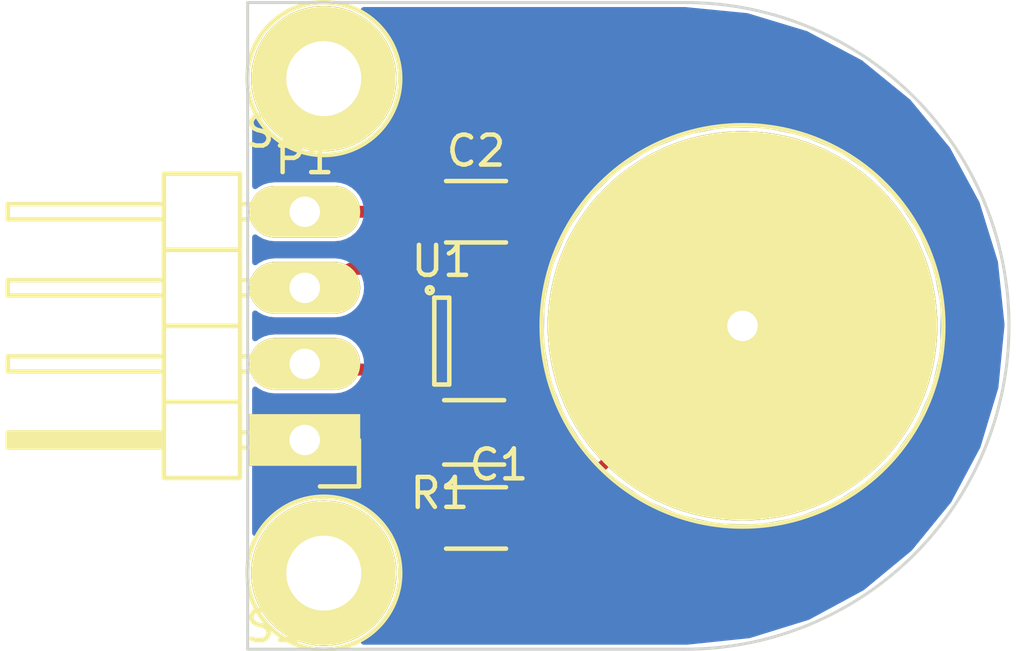
<source format=kicad_pcb>
(kicad_pcb (version 4) (host pcbnew 4.0.2+dfsg1-stable)

  (general
    (links 11)
    (no_connects 0)
    (area 20.192999 16.304999 54.336191 38.305001)
    (thickness 0.8)
    (drawings 5)
    (tracks 19)
    (zones 0)
    (modules 8)
    (nets 7)
  )

  (page A4)
  (title_block
    (title "Capasitive sensor for fpga")
    (date 2017-01-21)
    (rev 0,1)
    (company Holotronic)
  )

  (layers
    (0 F.Cu signal)
    (31 B.Cu signal)
    (32 B.Adhes user)
    (33 F.Adhes user)
    (34 B.Paste user)
    (35 F.Paste user)
    (36 B.SilkS user)
    (37 F.SilkS user)
    (38 B.Mask user)
    (39 F.Mask user)
    (40 Dwgs.User user)
    (41 Cmts.User user)
    (42 Eco1.User user)
    (43 Eco2.User user)
    (44 Edge.Cuts user)
    (45 Margin user)
    (46 B.CrtYd user)
    (47 F.CrtYd user)
    (48 B.Fab user)
    (49 F.Fab user)
  )

  (setup
    (last_trace_width 0.35)
    (trace_clearance 0.12)
    (zone_clearance 0.1)
    (zone_45_only no)
    (trace_min 0.35)
    (segment_width 0.2)
    (edge_width 0.1)
    (via_size 0.6)
    (via_drill 0.4)
    (via_min_size 0.4)
    (via_min_drill 0.3)
    (uvia_size 0.3)
    (uvia_drill 0.1)
    (uvias_allowed no)
    (uvia_min_size 0.2)
    (uvia_min_drill 0.1)
    (pcb_text_width 0.3)
    (pcb_text_size 1.5 1.5)
    (mod_edge_width 0.15)
    (mod_text_size 1 1)
    (mod_text_width 0.15)
    (pad_size 4.85 4.85)
    (pad_drill 2.5)
    (pad_to_mask_clearance 0)
    (aux_axis_origin 28.575 38.1)
    (grid_origin 28.575 38.1)
    (visible_elements FFFFFFFF)
    (pcbplotparams
      (layerselection 0x01000_80000001)
      (usegerberextensions false)
      (excludeedgelayer true)
      (linewidth 0.150000)
      (plotframeref false)
      (viasonmask false)
      (mode 1)
      (useauxorigin true)
      (hpglpennumber 1)
      (hpglpenspeed 20)
      (hpglpendiameter 15)
      (hpglpenoverlay 2)
      (psnegative false)
      (psa4output false)
      (plotreference false)
      (plotvalue false)
      (plotinvisibletext false)
      (padsonsilk false)
      (subtractmaskfromsilk false)
      (outputformat 1)
      (mirror false)
      (drillshape 0)
      (scaleselection 1)
      (outputdirectory gerbers5/))
  )

  (net 0 "")
  (net 1 "Net-(C1-Pad1)")
  (net 2 GND)
  (net 3 VCC)
  (net 4 "Net-(P1-Pad2)")
  (net 5 "Net-(P1-Pad3)")
  (net 6 "Net-(R1-Pad2)")

  (net_class Default "This is the default net class."
    (clearance 0.12)
    (trace_width 0.35)
    (via_dia 0.6)
    (via_drill 0.4)
    (uvia_dia 0.3)
    (uvia_drill 0.1)
    (add_net GND)
    (add_net "Net-(C1-Pad1)")
    (add_net "Net-(P1-Pad2)")
    (add_net "Net-(P1-Pad3)")
    (add_net "Net-(R1-Pad2)")
    (add_net VCC)
  )

  (module touch:Screw_2.5mm (layer F.Cu) (tedit 589E1F2E) (tstamp 589FE2B0)
    (at 31.115 19.05)
    (descr "module 1 pin (ou trou mecanique de percage)")
    (tags DEV)
    (path /587DAB5C)
    (fp_text reference S1 (at -1.651 1.778) (layer F.SilkS)
      (effects (font (size 1 1) (thickness 0.15)))
    )
    (fp_text value Screw (at -0.254 -1.524) (layer F.Fab)
      (effects (font (size 1 1) (thickness 0.15)))
    )
    (fp_line (start 1 0) (end -1 0) (layer F.SilkS) (width 0.15))
    (fp_line (start 0 -1) (end 0 1) (layer F.SilkS) (width 0.15))
    (fp_circle (center 0 0) (end 0 -2.55) (layer F.SilkS) (width 0.15))
    (pad 1 thru_hole circle (at 0 0) (size 4.85 4.85) (drill 2.5) (layers *.Cu *.Mask F.SilkS))
  )

  (module Capacitors_SMD:C_1206 (layer F.Cu) (tedit 58848921) (tstamp 587DB0B4)
    (at 36.195 33.7185 180)
    (descr "Capacitor SMD 1206, reflow soldering, AVX (see smccp.pdf)")
    (tags "capacitor 1206")
    (path /587DABD1)
    (attr smd)
    (fp_text reference C1 (at -0.762 1.778 180) (layer F.SilkS)
      (effects (font (size 1 1) (thickness 0.15)))
    )
    (fp_text value 10p (at -3.175 1.778 180) (layer F.Fab)
      (effects (font (size 1 1) (thickness 0.15)))
    )
    (fp_line (start -2.3 -1.15) (end 2.3 -1.15) (layer F.CrtYd) (width 0.05))
    (fp_line (start -2.3 1.15) (end 2.3 1.15) (layer F.CrtYd) (width 0.05))
    (fp_line (start -2.3 -1.15) (end -2.3 1.15) (layer F.CrtYd) (width 0.05))
    (fp_line (start 2.3 -1.15) (end 2.3 1.15) (layer F.CrtYd) (width 0.05))
    (fp_line (start 1 -1.025) (end -1 -1.025) (layer F.SilkS) (width 0.15))
    (fp_line (start -1 1.025) (end 1 1.025) (layer F.SilkS) (width 0.15))
    (pad 1 smd rect (at -1.5 0 180) (size 1 1.6) (layers F.Cu F.Paste F.Mask)
      (net 1 "Net-(C1-Pad1)"))
    (pad 2 smd rect (at 1.5 0 180) (size 1 1.6) (layers F.Cu F.Paste F.Mask)
      (net 2 GND))
    (model Capacitors_SMD.3dshapes/C_1206.wrl
      (at (xyz 0 0 0))
      (scale (xyz 1 1 1))
      (rotate (xyz 0 0 0))
    )
  )

  (module Capacitors_SMD:C_1206 (layer F.Cu) (tedit 58848908) (tstamp 587DB0BA)
    (at 36.195 23.495)
    (descr "Capacitor SMD 1206, reflow soldering, AVX (see smccp.pdf)")
    (tags "capacitor 1206")
    (path /587D87A0)
    (attr smd)
    (fp_text reference C2 (at 0 -2.032) (layer F.SilkS)
      (effects (font (size 1 1) (thickness 0.15)))
    )
    (fp_text value 0.1u (at 2.794 -2.032) (layer F.Fab)
      (effects (font (size 1 1) (thickness 0.15)))
    )
    (fp_line (start -2.3 -1.15) (end 2.3 -1.15) (layer F.CrtYd) (width 0.05))
    (fp_line (start -2.3 1.15) (end 2.3 1.15) (layer F.CrtYd) (width 0.05))
    (fp_line (start -2.3 -1.15) (end -2.3 1.15) (layer F.CrtYd) (width 0.05))
    (fp_line (start 2.3 -1.15) (end 2.3 1.15) (layer F.CrtYd) (width 0.05))
    (fp_line (start 1 -1.025) (end -1 -1.025) (layer F.SilkS) (width 0.15))
    (fp_line (start -1 1.025) (end 1 1.025) (layer F.SilkS) (width 0.15))
    (pad 1 smd rect (at -1.5 0) (size 1 1.6) (layers F.Cu F.Paste F.Mask)
      (net 3 VCC))
    (pad 2 smd rect (at 1.5 0) (size 1 1.6) (layers F.Cu F.Paste F.Mask)
      (net 2 GND))
    (model Capacitors_SMD.3dshapes/C_1206.wrl
      (at (xyz 0 0 0))
      (scale (xyz 1 1 1))
      (rotate (xyz 0 0 0))
    )
  )

  (module Resistors_SMD:R_1206 (layer F.Cu) (tedit 58848944) (tstamp 587DB0CD)
    (at 36.1315 30.861)
    (descr "Resistor SMD 1206, reflow soldering, Vishay (see dcrcw.pdf)")
    (tags "resistor 1206")
    (path /587DAB17)
    (attr smd)
    (fp_text reference R1 (at -1.143 2.032) (layer F.SilkS)
      (effects (font (size 1 1) (thickness 0.15)))
    )
    (fp_text value 2k (at 1.016 2.032) (layer F.Fab)
      (effects (font (size 1 1) (thickness 0.15)))
    )
    (fp_line (start -2.2 -1.2) (end 2.2 -1.2) (layer F.CrtYd) (width 0.05))
    (fp_line (start -2.2 1.2) (end 2.2 1.2) (layer F.CrtYd) (width 0.05))
    (fp_line (start -2.2 -1.2) (end -2.2 1.2) (layer F.CrtYd) (width 0.05))
    (fp_line (start 2.2 -1.2) (end 2.2 1.2) (layer F.CrtYd) (width 0.05))
    (fp_line (start 1 1.075) (end -1 1.075) (layer F.SilkS) (width 0.15))
    (fp_line (start -1 -1.075) (end 1 -1.075) (layer F.SilkS) (width 0.15))
    (pad 1 smd rect (at -1.45 0) (size 0.9 1.7) (layers F.Cu F.Paste F.Mask)
      (net 1 "Net-(C1-Pad1)"))
    (pad 2 smd rect (at 1.45 0) (size 0.9 1.7) (layers F.Cu F.Paste F.Mask)
      (net 6 "Net-(R1-Pad2)"))
    (model Resistors_SMD.3dshapes/R_1206.wrl
      (at (xyz 0 0 0))
      (scale (xyz 1 1 1))
      (rotate (xyz 0 0 0))
    )
  )

  (module TO_SOT_Packages_SMD:SOT-23-6 (layer F.Cu) (tedit 58836FBC) (tstamp 587DB167)
    (at 35.052 27.813)
    (descr "6-pin SOT-23 package")
    (tags SOT-23-6)
    (path /587D8557)
    (attr smd)
    (fp_text reference U1 (at 0 -2.667) (layer F.SilkS)
      (effects (font (size 1 1) (thickness 0.15)))
    )
    (fp_text value 74LVC2G17 (at 1.524 -1.524 180) (layer F.Fab)
      (effects (font (size 1 1) (thickness 0.15)))
    )
    (fp_circle (center -0.4 -1.7) (end -0.3 -1.7) (layer F.SilkS) (width 0.15))
    (fp_line (start 0.25 -1.45) (end -0.25 -1.45) (layer F.SilkS) (width 0.15))
    (fp_line (start 0.25 1.45) (end 0.25 -1.45) (layer F.SilkS) (width 0.15))
    (fp_line (start -0.25 1.45) (end 0.25 1.45) (layer F.SilkS) (width 0.15))
    (fp_line (start -0.25 -1.45) (end -0.25 1.45) (layer F.SilkS) (width 0.15))
    (pad 1 smd rect (at -1.1 -0.95) (size 1.06 0.65) (layers F.Cu F.Paste F.Mask)
      (net 1 "Net-(C1-Pad1)"))
    (pad 2 smd rect (at -1.1 0) (size 1.06 0.65) (layers F.Cu F.Paste F.Mask)
      (net 2 GND))
    (pad 3 smd rect (at -1.1 0.95) (size 1.06 0.65) (layers F.Cu F.Paste F.Mask)
      (net 4 "Net-(P1-Pad2)"))
    (pad 4 smd rect (at 1.1 0.95) (size 1.06 0.65) (layers F.Cu F.Paste F.Mask)
      (net 6 "Net-(R1-Pad2)"))
    (pad 6 smd rect (at 1.1 -0.95) (size 1.06 0.65) (layers F.Cu F.Paste F.Mask)
      (net 5 "Net-(P1-Pad3)"))
    (pad 5 smd rect (at 1.1 0) (size 1.06 0.65) (layers F.Cu F.Paste F.Mask)
      (net 3 VCC))
    (model TO_SOT_Packages_SMD.3dshapes/SOT-23-6.wrl
      (at (xyz 0 0 0))
      (scale (xyz 1 1 1))
      (rotate (xyz 0 0 0))
    )
  )

  (module touch:Pin_Header_Angled_1x04_L (layer F.Cu) (tedit 58848884) (tstamp 58844E44)
    (at 30.48 31.115 180)
    (descr "Through hole pin header")
    (tags "pin header")
    (path /587DACE7)
    (fp_text reference P1 (at 0 9.398 180) (layer F.SilkS)
      (effects (font (size 1 1) (thickness 0.15)))
    )
    (fp_text value CONN_01X04 (at 4.064 10.16 180) (layer F.Fab)
      (effects (font (size 1 1) (thickness 0.15)))
    )
    (fp_line (start -2.008 -1.75) (end -2.008 9.4) (layer F.CrtYd) (width 0.05))
    (fp_line (start 10.142 -1.75) (end 10.142 9.4) (layer F.CrtYd) (width 0.05))
    (fp_line (start -2.008 -1.75) (end 10.142 -1.75) (layer F.CrtYd) (width 0.05))
    (fp_line (start -2.008 9.4) (end 10.142 9.4) (layer F.CrtYd) (width 0.05))
    (fp_line (start -1.808 -1.55) (end -1.808 0) (layer F.SilkS) (width 0.15))
    (fp_line (start -0.508 -1.55) (end -1.808 -1.55) (layer F.SilkS) (width 0.15))
    (fp_line (start 4.826 -0.127) (end 9.779 -0.127) (layer F.SilkS) (width 0.15))
    (fp_line (start 9.779 -0.127) (end 9.779 0.127) (layer F.SilkS) (width 0.15))
    (fp_line (start 9.779 0.127) (end 4.826 0.127) (layer F.SilkS) (width 0.15))
    (fp_line (start 4.826 0) (end 9.779 0) (layer F.SilkS) (width 0.15))
    (fp_line (start 2.032 -0.254) (end 1.651 -0.254) (layer F.SilkS) (width 0.15))
    (fp_line (start 2.032 0.254) (end 1.651 0.254) (layer F.SilkS) (width 0.15))
    (fp_line (start 2.032 2.286) (end 1.651 2.286) (layer F.SilkS) (width 0.15))
    (fp_line (start 2.032 2.794) (end 1.651 2.794) (layer F.SilkS) (width 0.15))
    (fp_line (start 2.032 4.826) (end 1.651 4.826) (layer F.SilkS) (width 0.15))
    (fp_line (start 2.032 5.334) (end 1.651 5.334) (layer F.SilkS) (width 0.15))
    (fp_line (start 2.032 7.874) (end 1.651 7.874) (layer F.SilkS) (width 0.15))
    (fp_line (start 2.032 7.366) (end 1.651 7.366) (layer F.SilkS) (width 0.15))
    (fp_line (start 2.159 -1.27) (end 4.699 -1.27) (layer F.SilkS) (width 0.15))
    (fp_line (start 2.159 1.27) (end 4.699 1.27) (layer F.SilkS) (width 0.15))
    (fp_line (start 2.159 1.27) (end 2.159 3.81) (layer F.SilkS) (width 0.15))
    (fp_line (start 2.159 3.81) (end 4.699 3.81) (layer F.SilkS) (width 0.15))
    (fp_line (start 4.826 2.286) (end 9.906 2.286) (layer F.SilkS) (width 0.15))
    (fp_line (start 9.906 2.286) (end 9.906 2.794) (layer F.SilkS) (width 0.15))
    (fp_line (start 9.906 2.794) (end 4.826 2.794) (layer F.SilkS) (width 0.15))
    (fp_line (start 4.699 3.81) (end 4.699 1.27) (layer F.SilkS) (width 0.15))
    (fp_line (start 4.699 1.27) (end 4.699 -1.27) (layer F.SilkS) (width 0.15))
    (fp_line (start 9.906 0.254) (end 4.826 0.254) (layer F.SilkS) (width 0.15))
    (fp_line (start 9.906 -0.254) (end 9.906 0.254) (layer F.SilkS) (width 0.15))
    (fp_line (start 4.826 -0.254) (end 9.906 -0.254) (layer F.SilkS) (width 0.15))
    (fp_line (start 2.159 1.27) (end 4.699 1.27) (layer F.SilkS) (width 0.15))
    (fp_line (start 2.159 -1.27) (end 2.159 1.27) (layer F.SilkS) (width 0.15))
    (fp_line (start 2.159 6.35) (end 4.699 6.35) (layer F.SilkS) (width 0.15))
    (fp_line (start 2.159 6.35) (end 2.159 8.89) (layer F.SilkS) (width 0.15))
    (fp_line (start 2.159 8.89) (end 4.699 8.89) (layer F.SilkS) (width 0.15))
    (fp_line (start 4.826 7.366) (end 9.906 7.366) (layer F.SilkS) (width 0.15))
    (fp_line (start 9.906 7.366) (end 9.906 7.874) (layer F.SilkS) (width 0.15))
    (fp_line (start 9.906 7.874) (end 4.826 7.874) (layer F.SilkS) (width 0.15))
    (fp_line (start 4.699 8.89) (end 4.699 6.35) (layer F.SilkS) (width 0.15))
    (fp_line (start 4.699 6.35) (end 4.699 3.81) (layer F.SilkS) (width 0.15))
    (fp_line (start 9.906 5.334) (end 4.826 5.334) (layer F.SilkS) (width 0.15))
    (fp_line (start 9.906 4.826) (end 9.906 5.334) (layer F.SilkS) (width 0.15))
    (fp_line (start 4.826 4.826) (end 9.906 4.826) (layer F.SilkS) (width 0.15))
    (fp_line (start 2.159 6.35) (end 4.699 6.35) (layer F.SilkS) (width 0.15))
    (fp_line (start 2.159 3.81) (end 2.159 6.35) (layer F.SilkS) (width 0.15))
    (fp_line (start 2.159 3.81) (end 4.699 3.81) (layer F.SilkS) (width 0.15))
    (pad 1 thru_hole rect (at 0 0 180) (size 3.7 1.7272) (drill 1.016) (layers *.Cu *.Mask F.SilkS)
      (net 2 GND))
    (pad 2 thru_hole oval (at 0 2.54 180) (size 3.7 1.7272) (drill 1.016) (layers *.Cu *.Mask F.SilkS)
      (net 4 "Net-(P1-Pad2)"))
    (pad 3 thru_hole oval (at 0 5.08 180) (size 3.7 1.7272) (drill 1.016) (layers *.Cu *.Mask F.SilkS)
      (net 5 "Net-(P1-Pad3)"))
    (pad 4 thru_hole oval (at 0 7.62 180) (size 3.7 1.7272) (drill 1.016) (layers *.Cu *.Mask F.SilkS)
      (net 3 VCC))
    (model Pin_Headers.3dshapes/Pin_Header_Angled_1x04.wrl
      (at (xyz 0 -0.15 0))
      (scale (xyz 1 1 1))
      (rotate (xyz 0 0 90))
    )
  )

  (module touch:Screw_2.5mm (layer F.Cu) (tedit 589E1F3B) (tstamp 58897DE0)
    (at 31.115 35.56)
    (descr "module 1 pin (ou trou mecanique de percage)")
    (tags DEV)
    (path /587DAB5C)
    (fp_text reference S1 (at -1.651 1.778) (layer F.SilkS)
      (effects (font (size 1 1) (thickness 0.15)))
    )
    (fp_text value Screw (at -0.254 1.524) (layer F.Fab)
      (effects (font (size 1 1) (thickness 0.15)))
    )
    (fp_line (start 1 0) (end -1 0) (layer F.SilkS) (width 0.15))
    (fp_line (start 0 -1) (end 0 1) (layer F.SilkS) (width 0.15))
    (fp_circle (center 0 0) (end 0 -2.55) (layer F.SilkS) (width 0.15))
    (pad 1 thru_hole circle (at 0 0) (size 4.85 4.85) (drill 2.5) (layers *.Cu *.Mask F.SilkS))
  )

  (module touch:1pin_pad-round_s (layer F.Cu) (tedit 589E2BB3) (tstamp 587DEA43)
    (at 45.085 27.305)
    (descr "module 1 pin (ou trou mecanique de percage)")
    (tags DEV)
    (path /587DAB5C)
    (fp_text reference P2 (at 3.175 0) (layer F.SilkS)
      (effects (font (size 1 1) (thickness 0.15)))
    )
    (fp_text value Sense_Pad (at 5.08 -2.794) (layer F.Fab)
      (effects (font (size 1 1) (thickness 0.15)))
    )
    (fp_circle (center 0 0) (end 0 -6.7) (layer F.SilkS) (width 0.15))
    (pad 1 thru_hole circle (at 0 0) (size 13 13) (drill 1.016) (layers *.Cu *.Mask F.SilkS)
      (net 1 "Net-(C1-Pad1)"))
  )

  (gr_arc (start 43.18 27.305) (end 43.18 16.51) (angle 90) (layer Edge.Cuts) (width 0.1))
  (gr_arc (start 43.18 27.305) (end 53.975 27.305) (angle 90) (layer Edge.Cuts) (width 0.1))
  (gr_line (start 43.18 16.51) (end 28.575 16.51) (angle 90) (layer Edge.Cuts) (width 0.1))
  (gr_line (start 28.575 38.1) (end 43.18 38.1) (angle 90) (layer Edge.Cuts) (width 0.1))
  (gr_line (start 28.575 16.51) (end 28.575 38.1) (angle 90) (layer Edge.Cuts) (width 0.1))

  (segment (start 37.695 33.7185) (end 38.6715 33.7185) (width 0.35) (layer F.Cu) (net 1))
  (segment (start 38.6715 33.7185) (end 45.085 27.305) (width 0.35) (layer F.Cu) (net 1) (tstamp 589FE520))
  (segment (start 34.6815 30.861) (end 34.8375 30.861) (width 0.35) (layer F.Cu) (net 1))
  (segment (start 34.8375 30.861) (end 37.695 33.7185) (width 0.35) (layer F.Cu) (net 1) (tstamp 589FE51D))
  (segment (start 33.952 26.863) (end 34.798 27.178) (width 0.35) (layer F.Cu) (net 1) (status 10))
  (segment (start 35.32378 30.206498) (end 34.7585 31.1785) (width 0.35) (layer F.Cu) (net 1) (tstamp 587DB815) (status 20))
  (segment (start 35.306 27.686) (end 35.32378 30.206498) (width 0.35) (layer F.Cu) (net 1) (tstamp 587DB808))
  (segment (start 34.798 27.178) (end 35.306 27.686) (width 0.35) (layer F.Cu) (net 1) (tstamp 587DB800))
  (segment (start 36.152 27.813) (end 37.211 27.686) (width 0.4) (layer F.Cu) (net 3) (status 10))
  (segment (start 37.3126 26.1126) (end 34.695 23.495) (width 0.4) (layer F.Cu) (net 3) (tstamp 587DB7AA) (status 20))
  (segment (start 37.338 27.305) (end 37.3126 26.1126) (width 0.4) (layer F.Cu) (net 3) (tstamp 587DB7A3))
  (segment (start 37.211 27.686) (end 37.338 27.305) (width 0.4) (layer F.Cu) (net 3) (tstamp 587DB796))
  (segment (start 34.695 23.495) (end 30.48 23.495) (width 0.4) (layer F.Cu) (net 3) (status 10))
  (segment (start 31.496 28.7655) (end 33.952 28.763) (width 0.4) (layer F.Cu) (net 4) (tstamp 587DB768) (status 20))
  (segment (start 34.671 25.4) (end 32.004 25.4) (width 0.4) (layer F.Cu) (net 5) (tstamp 587DB782))
  (segment (start 32.004 25.4) (end 30.48 26.035) (width 0.4) (layer F.Cu) (net 5) (tstamp 589FE47F))
  (segment (start 36.152 26.863) (end 34.671 25.4) (width 0.4) (layer F.Cu) (net 5) (status 10))
  (segment (start 36.152 28.763) (end 36.152 29.495) (width 0.35) (layer F.Cu) (net 6))
  (segment (start 36.152 29.495) (end 37.5815 30.861) (width 0.35) (layer F.Cu) (net 6) (tstamp 589FE4F3) (status 20))

  (zone (net 2) (net_name GND) (layer F.Cu) (tstamp 589FE2DB) (hatch edge 0.508)
    (connect_pads (clearance 0.18))
    (min_thickness 0.27)
    (fill yes (arc_segments 32) (thermal_gap 0.108) (thermal_bridge_width 0.408))
    (polygon
      (pts
        (xy 53.975 38.1) (xy 28.575 38.1) (xy 28.575 16.51) (xy 54.483 16.51) (xy 54.483 38.1)
      )
    )
    (filled_polygon
      (pts
        (xy 45.205522 17.075354) (xy 47.153899 17.663605) (xy 48.950904 18.619088) (xy 50.528101 19.905419) (xy 51.82541 21.473596)
        (xy 52.793419 23.263891) (xy 53.395256 25.208113) (xy 53.609804 27.249404) (xy 53.609937 27.287786) (xy 53.409646 29.330522)
        (xy 52.821395 31.278899) (xy 51.86591 33.075907) (xy 50.579579 34.653103) (xy 49.011404 35.95041) (xy 47.22111 36.918419)
        (xy 45.276887 37.520256) (xy 43.235606 37.734804) (xy 43.179299 37.735) (xy 32.801561 37.735) (xy 32.810075 37.729597)
        (xy 33.199203 37.359036) (xy 33.508944 36.919949) (xy 33.7275 36.429063) (xy 33.846548 35.905075) (xy 33.855118 35.291329)
        (xy 33.750748 34.764221) (xy 33.545983 34.267424) (xy 33.267485 33.84825) (xy 33.952 33.84825) (xy 33.952 34.542434)
        (xy 33.961339 34.589381) (xy 33.979656 34.633604) (xy 34.00625 34.673404) (xy 34.040097 34.707251) (xy 34.079897 34.733844)
        (xy 34.12412 34.752162) (xy 34.171067 34.7615) (xy 34.56525 34.7615) (xy 34.626 34.70075) (xy 34.626 33.7875)
        (xy 34.764 33.7875) (xy 34.764 34.70075) (xy 34.82475 34.7615) (xy 35.218933 34.7615) (xy 35.26588 34.752162)
        (xy 35.310103 34.733844) (xy 35.349903 34.707251) (xy 35.38375 34.673404) (xy 35.410344 34.633604) (xy 35.428661 34.589381)
        (xy 35.438 34.542434) (xy 35.438 33.84825) (xy 35.37725 33.7875) (xy 34.764 33.7875) (xy 34.626 33.7875)
        (xy 34.01275 33.7875) (xy 33.952 33.84825) (xy 33.267485 33.84825) (xy 33.248622 33.81986) (xy 32.869993 33.438578)
        (xy 32.424516 33.138101) (xy 31.929161 32.929872) (xy 31.757163 32.894566) (xy 33.952 32.894566) (xy 33.952 33.58875)
        (xy 34.01275 33.6495) (xy 34.626 33.6495) (xy 34.626 32.73625) (xy 34.764 32.73625) (xy 34.764 33.6495)
        (xy 35.37725 33.6495) (xy 35.438 33.58875) (xy 35.438 32.894566) (xy 35.428661 32.847619) (xy 35.410344 32.803396)
        (xy 35.38375 32.763596) (xy 35.349903 32.729749) (xy 35.310103 32.703156) (xy 35.26588 32.684838) (xy 35.218933 32.6755)
        (xy 34.82475 32.6755) (xy 34.764 32.73625) (xy 34.626 32.73625) (xy 34.56525 32.6755) (xy 34.171067 32.6755)
        (xy 34.12412 32.684838) (xy 34.079897 32.703156) (xy 34.040097 32.729749) (xy 34.00625 32.763596) (xy 33.979656 32.803396)
        (xy 33.961339 32.847619) (xy 33.952 32.894566) (xy 31.757163 32.894566) (xy 31.402794 32.821825) (xy 30.865465 32.818073)
        (xy 30.337641 32.918761) (xy 29.839426 33.120053) (xy 29.389798 33.414282) (xy 29.005882 33.79024) (xy 28.94 33.886458)
        (xy 28.94 32.2216) (xy 30.35025 32.2216) (xy 30.411 32.16085) (xy 30.411 31.184) (xy 30.549 31.184)
        (xy 30.549 32.16085) (xy 30.60975 32.2216) (xy 32.353933 32.2216) (xy 32.40088 32.212262) (xy 32.445103 32.193944)
        (xy 32.484903 32.167351) (xy 32.51875 32.133504) (xy 32.545344 32.093704) (xy 32.563661 32.049481) (xy 32.573 32.002534)
        (xy 32.573 31.24475) (xy 32.51225 31.184) (xy 30.549 31.184) (xy 30.411 31.184) (xy 30.391 31.184)
        (xy 30.391 31.046) (xy 30.411 31.046) (xy 30.411 30.06915) (xy 30.549 30.06915) (xy 30.549 31.046)
        (xy 32.51225 31.046) (xy 32.573 30.98525) (xy 32.573 30.227466) (xy 32.563661 30.180519) (xy 32.545344 30.136296)
        (xy 32.51875 30.096496) (xy 32.484903 30.062649) (xy 32.445103 30.036056) (xy 32.40088 30.017738) (xy 32.353933 30.0084)
        (xy 30.60975 30.0084) (xy 30.549 30.06915) (xy 30.411 30.06915) (xy 30.35025 30.0084) (xy 28.94 30.0084)
        (xy 28.94 29.614959) (xy 29.018824 29.658293) (xy 29.238079 29.727845) (xy 29.466668 29.753485) (xy 29.483124 29.7536)
        (xy 31.476876 29.7536) (xy 31.705801 29.731154) (xy 31.926006 29.66467) (xy 32.129103 29.556681) (xy 32.307358 29.4113)
        (xy 32.41634 29.279564) (xy 33.172429 29.278794) (xy 33.184832 29.297616) (xy 33.252619 29.35539) (xy 33.333819 29.391993)
        (xy 33.422 29.404524) (xy 34.482 29.404524) (xy 34.532163 29.400524) (xy 34.617244 29.374176) (xy 34.691616 29.325168)
        (xy 34.74939 29.257381) (xy 34.785993 29.176181) (xy 34.798524 29.088) (xy 34.798524 28.438) (xy 34.794524 28.387837)
        (xy 34.768176 28.302756) (xy 34.719168 28.228384) (xy 34.710606 28.221086) (xy 34.715661 28.208881) (xy 34.725 28.161934)
        (xy 34.725 27.94275) (xy 34.66425 27.882) (xy 34.021 27.882) (xy 34.021 27.902) (xy 33.883 27.902)
        (xy 33.883 27.882) (xy 33.23975 27.882) (xy 33.179 27.94275) (xy 33.179 28.161934) (xy 33.188339 28.208881)
        (xy 33.193959 28.22245) (xy 33.171507 28.248794) (xy 32.603761 28.249372) (xy 32.569655 28.133489) (xy 32.463086 27.929642)
        (xy 32.318954 27.750377) (xy 32.142746 27.602521) (xy 31.941176 27.491707) (xy 31.721921 27.422155) (xy 31.493332 27.396515)
        (xy 31.476876 27.3964) (xy 29.483124 27.3964) (xy 29.254199 27.418846) (xy 29.033994 27.48533) (xy 28.94 27.535308)
        (xy 28.94 27.074959) (xy 29.018824 27.118293) (xy 29.238079 27.187845) (xy 29.466668 27.213485) (xy 29.483124 27.2136)
        (xy 31.476876 27.2136) (xy 31.705801 27.191154) (xy 31.926006 27.12467) (xy 32.129103 27.016681) (xy 32.307358 26.8713)
        (xy 32.45398 26.694065) (xy 32.563384 26.491726) (xy 32.631403 26.27199) (xy 32.655447 26.043228) (xy 32.643778 25.915)
        (xy 34.459522 25.915) (xy 35.305476 26.750672) (xy 35.305476 26.992512) (xy 35.144482 26.831518) (xy 35.139915 26.827766)
        (xy 35.136052 26.823288) (xy 35.102996 26.797441) (xy 35.070585 26.770818) (xy 35.065376 26.768025) (xy 35.060717 26.764382)
        (xy 35.023284 26.745455) (xy 34.986305 26.725627) (xy 34.980647 26.723897) (xy 34.975374 26.721231) (xy 34.968979 26.718798)
        (xy 34.798524 26.655331) (xy 34.798524 26.538) (xy 34.794524 26.487837) (xy 34.768176 26.402756) (xy 34.719168 26.328384)
        (xy 34.651381 26.27061) (xy 34.570181 26.234007) (xy 34.482 26.221476) (xy 33.422 26.221476) (xy 33.371837 26.225476)
        (xy 33.286756 26.251824) (xy 33.212384 26.300832) (xy 33.15461 26.368619) (xy 33.118007 26.449819) (xy 33.105476 26.538)
        (xy 33.105476 27.188) (xy 33.109476 27.238163) (xy 33.135824 27.323244) (xy 33.184832 27.397616) (xy 33.193394 27.404914)
        (xy 33.188339 27.417119) (xy 33.179 27.464066) (xy 33.179 27.68325) (xy 33.23975 27.744) (xy 33.883 27.744)
        (xy 33.883 27.724) (xy 34.021 27.724) (xy 34.021 27.744) (xy 34.66425 27.744) (xy 34.667643 27.740607)
        (xy 34.817429 27.890394) (xy 34.830156 29.694476) (xy 34.2315 29.694476) (xy 34.181337 29.698476) (xy 34.096256 29.724824)
        (xy 34.021884 29.773832) (xy 33.96411 29.841619) (xy 33.927507 29.922819) (xy 33.914976 30.011) (xy 33.914976 31.711)
        (xy 33.918976 31.761163) (xy 33.945324 31.846244) (xy 33.994332 31.920616) (xy 34.062119 31.97839) (xy 34.143319 32.014993)
        (xy 34.2315 32.027524) (xy 35.1315 32.027524) (xy 35.181663 32.023524) (xy 35.266744 31.997176) (xy 35.275164 31.991628)
        (xy 36.878476 33.594941) (xy 36.878476 34.5185) (xy 36.882476 34.568663) (xy 36.908824 34.653744) (xy 36.957832 34.728116)
        (xy 37.025619 34.78589) (xy 37.106819 34.822493) (xy 37.195 34.835024) (xy 38.195 34.835024) (xy 38.245163 34.831024)
        (xy 38.330244 34.804676) (xy 38.404616 34.755668) (xy 38.46239 34.687881) (xy 38.498993 34.606681) (xy 38.511524 34.5185)
        (xy 38.511524 34.2085) (xy 38.6715 34.2085) (xy 38.716518 34.204086) (xy 38.761636 34.200139) (xy 38.764114 34.199419)
        (xy 38.766675 34.199168) (xy 38.809998 34.186088) (xy 38.85347 34.173458) (xy 38.855756 34.172273) (xy 38.858224 34.171528)
        (xy 38.898177 34.150285) (xy 38.938373 34.129449) (xy 38.940389 34.127839) (xy 38.942662 34.126631) (xy 38.977738 34.098024)
        (xy 39.013111 34.069786) (xy 39.016691 34.066255) (xy 39.016771 34.06619) (xy 39.016832 34.066116) (xy 39.017982 34.064982)
        (xy 40.605561 32.477403) (xy 40.646691 32.519995) (xy 41.744149 33.282749) (xy 42.968859 33.817811) (xy 44.274173 34.104803)
        (xy 45.61037 34.132792) (xy 46.926556 33.900713) (xy 48.172598 33.417405) (xy 49.301034 32.701278) (xy 50.268883 31.779608)
        (xy 51.03928 30.687502) (xy 51.582879 29.466557) (xy 51.878977 28.163279) (xy 51.900292 26.636755) (xy 51.6407 25.325717)
        (xy 51.131403 24.09007) (xy 50.3918 22.976879) (xy 49.450064 22.028545) (xy 48.342063 21.281189) (xy 47.110001 20.763278)
        (xy 45.800808 20.494539) (xy 44.46435 20.485209) (xy 43.151533 20.735642) (xy 41.91236 21.2363) (xy 40.794033 21.968113)
        (xy 39.839147 22.903207) (xy 39.084074 24.005963) (xy 38.557574 25.234379) (xy 38.279702 26.541664) (xy 38.261042 27.878024)
        (xy 38.502304 29.192558) (xy 38.994299 30.435195) (xy 39.718287 31.558604) (xy 39.924692 31.772343) (xy 38.511524 33.185512)
        (xy 38.511524 32.9185) (xy 38.507524 32.868337) (xy 38.481176 32.783256) (xy 38.432168 32.708884) (xy 38.364381 32.65111)
        (xy 38.283181 32.614507) (xy 38.195 32.601976) (xy 37.271441 32.601976) (xy 35.517515 30.848051) (xy 35.747358 30.452835)
        (xy 35.760492 30.424122) (xy 35.775506 30.396349) (xy 35.780338 30.380736) (xy 35.787138 30.36587) (xy 35.794446 30.335151)
        (xy 35.803779 30.304992) (xy 35.805486 30.288739) (xy 35.809269 30.272836) (xy 35.81047 30.241282) (xy 35.813768 30.209883)
        (xy 35.813768 30.203042) (xy 35.811257 29.847111) (xy 35.813475 29.849261) (xy 36.814976 30.806274) (xy 36.814976 31.711)
        (xy 36.818976 31.761163) (xy 36.845324 31.846244) (xy 36.894332 31.920616) (xy 36.962119 31.97839) (xy 37.043319 32.014993)
        (xy 37.1315 32.027524) (xy 38.0315 32.027524) (xy 38.081663 32.023524) (xy 38.166744 31.997176) (xy 38.241116 31.948168)
        (xy 38.29889 31.880381) (xy 38.335493 31.799181) (xy 38.348024 31.711) (xy 38.348024 30.011) (xy 38.344024 29.960837)
        (xy 38.317676 29.875756) (xy 38.268668 29.801384) (xy 38.200881 29.74361) (xy 38.119681 29.707007) (xy 38.0315 29.694476)
        (xy 37.1315 29.694476) (xy 37.081337 29.698476) (xy 37.075939 29.700148) (xy 36.754989 29.393455) (xy 36.817244 29.374176)
        (xy 36.891616 29.325168) (xy 36.94939 29.257381) (xy 36.985993 29.176181) (xy 36.998524 29.088) (xy 36.998524 28.438)
        (xy 36.994524 28.387837) (xy 36.968176 28.302756) (xy 36.958259 28.287706) (xy 36.983375 28.231988) (xy 37.272322 28.197336)
        (xy 37.307083 28.189669) (xy 37.342251 28.183995) (xy 37.356079 28.178862) (xy 37.370473 28.175687) (xy 37.403096 28.161408)
        (xy 37.436479 28.149016) (xy 37.449039 28.141299) (xy 37.46255 28.135386) (xy 37.491779 28.115042) (xy 37.522118 28.096403)
        (xy 37.532945 28.08639) (xy 37.545046 28.077967) (xy 37.569761 28.05234) (xy 37.595908 28.028157) (xy 37.604584 28.016231)
        (xy 37.614817 28.00562) (xy 37.634083 27.975681) (xy 37.655035 27.946879) (xy 37.66123 27.933494) (xy 37.669207 27.921097)
        (xy 37.682295 27.887976) (xy 37.69725 27.855663) (xy 37.699572 27.848857) (xy 37.826572 27.467858) (xy 37.834214 27.434315)
        (xy 37.843912 27.401322) (xy 37.845353 27.385427) (xy 37.8489 27.369858) (xy 37.849881 27.335472) (xy 37.852986 27.301222)
        (xy 37.852883 27.294032) (xy 37.827483 26.101632) (xy 37.82248 26.059799) (xy 37.818811 26.017865) (xy 37.816522 26.009987)
        (xy 37.815547 26.001833) (xy 37.802515 25.961773) (xy 37.79077 25.921345) (xy 37.786994 25.91406) (xy 37.784454 25.906253)
        (xy 37.763892 25.869493) (xy 37.744515 25.832111) (xy 37.739395 25.825697) (xy 37.735387 25.818532) (xy 37.708077 25.786466)
        (xy 37.681809 25.75356) (xy 37.67676 25.74844) (xy 35.55307 23.62475) (xy 36.952 23.62475) (xy 36.952 24.318934)
        (xy 36.961339 24.365881) (xy 36.979656 24.410104) (xy 37.00625 24.449904) (xy 37.040097 24.483751) (xy 37.079897 24.510344)
        (xy 37.12412 24.528662) (xy 37.171067 24.538) (xy 37.56525 24.538) (xy 37.626 24.47725) (xy 37.626 23.564)
        (xy 37.764 23.564) (xy 37.764 24.47725) (xy 37.82475 24.538) (xy 38.218933 24.538) (xy 38.26588 24.528662)
        (xy 38.310103 24.510344) (xy 38.349903 24.483751) (xy 38.38375 24.449904) (xy 38.410344 24.410104) (xy 38.428661 24.365881)
        (xy 38.438 24.318934) (xy 38.438 23.62475) (xy 38.37725 23.564) (xy 37.764 23.564) (xy 37.626 23.564)
        (xy 37.01275 23.564) (xy 36.952 23.62475) (xy 35.55307 23.62475) (xy 35.511524 23.583204) (xy 35.511524 22.695)
        (xy 35.509616 22.671066) (xy 36.952 22.671066) (xy 36.952 23.36525) (xy 37.01275 23.426) (xy 37.626 23.426)
        (xy 37.626 22.51275) (xy 37.764 22.51275) (xy 37.764 23.426) (xy 38.37725 23.426) (xy 38.438 23.36525)
        (xy 38.438 22.671066) (xy 38.428661 22.624119) (xy 38.410344 22.579896) (xy 38.38375 22.540096) (xy 38.349903 22.506249)
        (xy 38.310103 22.479656) (xy 38.26588 22.461338) (xy 38.218933 22.452) (xy 37.82475 22.452) (xy 37.764 22.51275)
        (xy 37.626 22.51275) (xy 37.56525 22.452) (xy 37.171067 22.452) (xy 37.12412 22.461338) (xy 37.079897 22.479656)
        (xy 37.040097 22.506249) (xy 37.00625 22.540096) (xy 36.979656 22.579896) (xy 36.961339 22.624119) (xy 36.952 22.671066)
        (xy 35.509616 22.671066) (xy 35.507524 22.644837) (xy 35.481176 22.559756) (xy 35.432168 22.485384) (xy 35.364381 22.42761)
        (xy 35.283181 22.391007) (xy 35.195 22.378476) (xy 34.195 22.378476) (xy 34.144837 22.382476) (xy 34.059756 22.408824)
        (xy 33.985384 22.457832) (xy 33.92761 22.525619) (xy 33.891007 22.606819) (xy 33.878476 22.695) (xy 33.878476 22.98)
        (xy 32.531236 22.98) (xy 32.463086 22.849642) (xy 32.318954 22.670377) (xy 32.142746 22.522521) (xy 31.941176 22.411707)
        (xy 31.721921 22.342155) (xy 31.493332 22.316515) (xy 31.476876 22.3164) (xy 29.483124 22.3164) (xy 29.254199 22.338846)
        (xy 29.033994 22.40533) (xy 28.94 22.455308) (xy 28.94 20.733351) (xy 28.95729 20.76018) (xy 29.330559 21.146711)
        (xy 29.771796 21.45338) (xy 30.264196 21.668504) (xy 30.789003 21.78389) (xy 31.326227 21.795143) (xy 31.855406 21.701835)
        (xy 32.356382 21.507519) (xy 32.810075 21.219597) (xy 33.199203 20.849036) (xy 33.508944 20.409949) (xy 33.7275 19.919063)
        (xy 33.846548 19.395075) (xy 33.855118 18.781329) (xy 33.750748 18.254221) (xy 33.545983 17.757424) (xy 33.248622 17.30986)
        (xy 32.869993 16.928578) (xy 32.79056 16.875) (xy 43.162148 16.875)
      )
    )
  )
  (zone (net 2) (net_name GND) (layer B.Cu) (tstamp 589FE3CF) (hatch edge 0.508)
    (connect_pads yes (clearance 0.1))
    (min_thickness 0.2)
    (fill yes (arc_segments 32) (thermal_gap 0.108) (thermal_bridge_width 0.408))
    (polygon
      (pts
        (xy 53.975 38.1) (xy 28.575 38.1) (xy 28.575 16.51) (xy 54.483 16.51) (xy 54.483 38.1)
      )
    )
    (filled_polygon
      (pts
        (xy 45.227969 16.962004) (xy 47.19793 17.556771) (xy 49.014853 18.522845) (xy 50.609523 19.823427) (xy 51.921209 21.408985)
        (xy 52.899941 23.21911) (xy 53.508448 25.184879) (xy 53.724783 27.243184) (xy 53.724958 27.293202) (xy 53.522996 29.352969)
        (xy 52.928228 31.322933) (xy 51.962156 33.13985) (xy 50.661573 34.734523) (xy 49.076019 36.046208) (xy 47.26589 37.024941)
        (xy 45.300121 37.633448) (xy 43.241826 37.849783) (xy 43.179701 37.85) (xy 32.443045 37.85) (xy 32.751304 37.654373)
        (xy 33.12694 37.29666) (xy 33.425942 36.872798) (xy 33.636921 36.398931) (xy 33.75184 35.89311) (xy 33.760113 35.300644)
        (xy 33.659362 34.791812) (xy 33.461696 34.312239) (xy 33.174646 33.880194) (xy 32.809144 33.512131) (xy 32.379113 33.222072)
        (xy 31.900932 33.021063) (xy 31.392816 32.916762) (xy 30.874117 32.91314) (xy 30.364593 33.010337) (xy 29.883653 33.20465)
        (xy 29.449614 33.488677) (xy 29.079009 33.8516) (xy 28.825 34.222571) (xy 28.825 29.430171) (xy 28.871386 29.469093)
        (xy 29.056709 29.570975) (xy 29.258291 29.634921) (xy 29.468455 29.658494) (xy 29.483584 29.6586) (xy 31.476416 29.6586)
        (xy 31.686888 29.637963) (xy 31.889344 29.576838) (xy 32.076071 29.477553) (xy 32.239958 29.343891) (xy 32.374761 29.180941)
        (xy 32.475347 28.994912) (xy 32.537884 28.792888) (xy 32.55999 28.582565) (xy 32.540822 28.371954) (xy 32.481112 28.169076)
        (xy 32.383134 27.98166) (xy 32.293386 27.870036) (xy 38.356167 27.870036) (xy 38.594066 29.166245) (xy 39.079203 30.391561)
        (xy 39.793098 31.49931) (xy 40.708561 32.447299) (xy 41.79072 33.199419) (xy 42.998358 33.727023) (xy 44.285475 34.010014)
        (xy 45.603046 34.037614) (xy 46.900885 33.80877) (xy 48.129557 33.332199) (xy 49.242263 32.626054) (xy 50.19662 31.717232)
        (xy 50.956278 30.64035) (xy 51.4923 29.436425) (xy 51.784269 28.151315) (xy 51.805288 26.64607) (xy 51.549314 25.353308)
        (xy 51.047117 24.134886) (xy 50.317824 23.037213) (xy 49.389215 22.102098) (xy 48.29666 21.36516) (xy 47.081773 20.854469)
        (xy 45.79083 20.589476) (xy 44.473002 20.580276) (xy 43.178485 20.827218) (xy 41.956587 21.320897) (xy 40.853848 22.042509)
        (xy 39.912273 22.964567) (xy 39.167726 24.051951) (xy 38.648566 25.263243) (xy 38.374567 26.552304) (xy 38.356167 27.870036)
        (xy 32.293386 27.870036) (xy 32.250619 27.816845) (xy 32.088614 27.680907) (xy 31.903291 27.579025) (xy 31.701709 27.515079)
        (xy 31.491545 27.491506) (xy 31.476416 27.4914) (xy 29.483584 27.4914) (xy 29.273112 27.512037) (xy 29.070656 27.573162)
        (xy 28.883929 27.672447) (xy 28.825 27.720508) (xy 28.825 26.890171) (xy 28.871386 26.929093) (xy 29.056709 27.030975)
        (xy 29.258291 27.094921) (xy 29.468455 27.118494) (xy 29.483584 27.1186) (xy 31.476416 27.1186) (xy 31.686888 27.097963)
        (xy 31.889344 27.036838) (xy 32.076071 26.937553) (xy 32.239958 26.803891) (xy 32.374761 26.640941) (xy 32.475347 26.454912)
        (xy 32.537884 26.252888) (xy 32.55999 26.042565) (xy 32.540822 25.831954) (xy 32.481112 25.629076) (xy 32.383134 25.44166)
        (xy 32.250619 25.276845) (xy 32.088614 25.140907) (xy 31.903291 25.039025) (xy 31.701709 24.975079) (xy 31.491545 24.951506)
        (xy 31.476416 24.9514) (xy 29.483584 24.9514) (xy 29.273112 24.972037) (xy 29.070656 25.033162) (xy 28.883929 25.132447)
        (xy 28.825 25.180508) (xy 28.825 24.350171) (xy 28.871386 24.389093) (xy 29.056709 24.490975) (xy 29.258291 24.554921)
        (xy 29.468455 24.578494) (xy 29.483584 24.5786) (xy 31.476416 24.5786) (xy 31.686888 24.557963) (xy 31.889344 24.496838)
        (xy 32.076071 24.397553) (xy 32.239958 24.263891) (xy 32.374761 24.100941) (xy 32.475347 23.914912) (xy 32.537884 23.712888)
        (xy 32.55999 23.502565) (xy 32.540822 23.291954) (xy 32.481112 23.089076) (xy 32.383134 22.90166) (xy 32.250619 22.736845)
        (xy 32.088614 22.600907) (xy 31.903291 22.499025) (xy 31.701709 22.435079) (xy 31.491545 22.411506) (xy 31.476416 22.4114)
        (xy 29.483584 22.4114) (xy 29.273112 22.432037) (xy 29.070656 22.493162) (xy 28.883929 22.592447) (xy 28.825 22.640508)
        (xy 28.825 20.379527) (xy 29.032101 20.700885) (xy 29.392428 21.074015) (xy 29.818368 21.370051) (xy 30.293695 21.577716)
        (xy 30.800306 21.689102) (xy 31.318904 21.699965) (xy 31.829735 21.609892) (xy 32.313341 21.422313) (xy 32.751304 21.144373)
        (xy 33.12694 20.78666) (xy 33.425942 20.362798) (xy 33.636921 19.888931) (xy 33.75184 19.38311) (xy 33.760113 18.790644)
        (xy 33.659362 18.281812) (xy 33.461696 17.802239) (xy 33.174646 17.370194) (xy 32.809144 17.002131) (xy 32.450169 16.76)
        (xy 43.167771 16.76)
      )
    )
  )
)

</source>
